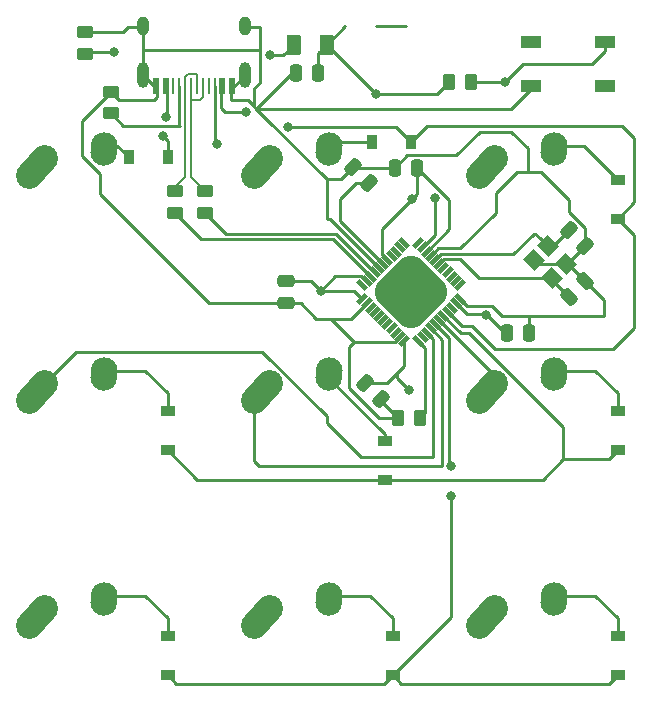
<source format=gbl>
%TF.GenerationSoftware,KiCad,Pcbnew,(6.0.10)*%
%TF.CreationDate,2023-01-31T16:13:37-07:00*%
%TF.ProjectId,nepcropad,6e657063-726f-4706-9164-2e6b69636164,rev?*%
%TF.SameCoordinates,Original*%
%TF.FileFunction,Copper,L2,Bot*%
%TF.FilePolarity,Positive*%
%FSLAX46Y46*%
G04 Gerber Fmt 4.6, Leading zero omitted, Abs format (unit mm)*
G04 Created by KiCad (PCBNEW (6.0.10)) date 2023-01-31 16:13:37*
%MOMM*%
%LPD*%
G01*
G04 APERTURE LIST*
G04 Aperture macros list*
%AMRoundRect*
0 Rectangle with rounded corners*
0 $1 Rounding radius*
0 $2 $3 $4 $5 $6 $7 $8 $9 X,Y pos of 4 corners*
0 Add a 4 corners polygon primitive as box body*
4,1,4,$2,$3,$4,$5,$6,$7,$8,$9,$2,$3,0*
0 Add four circle primitives for the rounded corners*
1,1,$1+$1,$2,$3*
1,1,$1+$1,$4,$5*
1,1,$1+$1,$6,$7*
1,1,$1+$1,$8,$9*
0 Add four rect primitives between the rounded corners*
20,1,$1+$1,$2,$3,$4,$5,0*
20,1,$1+$1,$4,$5,$6,$7,0*
20,1,$1+$1,$6,$7,$8,$9,0*
20,1,$1+$1,$8,$9,$2,$3,0*%
%AMHorizOval*
0 Thick line with rounded ends*
0 $1 width*
0 $2 $3 position (X,Y) of the first rounded end (center of the circle)*
0 $4 $5 position (X,Y) of the second rounded end (center of the circle)*
0 Add line between two ends*
20,1,$1,$2,$3,$4,$5,0*
0 Add two circle primitives to create the rounded ends*
1,1,$1,$2,$3*
1,1,$1,$4,$5*%
%AMRotRect*
0 Rectangle, with rotation*
0 The origin of the aperture is its center*
0 $1 length*
0 $2 width*
0 $3 Rotation angle, in degrees counterclockwise*
0 Add horizontal line*
21,1,$1,$2,0,0,$3*%
G04 Aperture macros list end*
%TA.AperFunction,ComponentPad*%
%ADD10HorizOval,2.250000X0.655001X0.730000X-0.655001X-0.730000X0*%
%TD*%
%TA.AperFunction,ComponentPad*%
%ADD11C,2.250000*%
%TD*%
%TA.AperFunction,ComponentPad*%
%ADD12HorizOval,2.250000X0.020000X0.290000X-0.020000X-0.290000X0*%
%TD*%
%TA.AperFunction,SMDPad,CuDef*%
%ADD13RoundRect,0.250000X0.250000X0.475000X-0.250000X0.475000X-0.250000X-0.475000X0.250000X-0.475000X0*%
%TD*%
%TA.AperFunction,SMDPad,CuDef*%
%ADD14R,0.900000X1.200000*%
%TD*%
%TA.AperFunction,SMDPad,CuDef*%
%ADD15RoundRect,0.250000X0.450000X-0.262500X0.450000X0.262500X-0.450000X0.262500X-0.450000X-0.262500X0*%
%TD*%
%TA.AperFunction,SMDPad,CuDef*%
%ADD16R,1.200000X0.900000*%
%TD*%
%TA.AperFunction,SMDPad,CuDef*%
%ADD17RoundRect,0.250000X0.512652X0.159099X0.159099X0.512652X-0.512652X-0.159099X-0.159099X-0.512652X0*%
%TD*%
%TA.AperFunction,SMDPad,CuDef*%
%ADD18RoundRect,0.250000X-0.450000X0.262500X-0.450000X-0.262500X0.450000X-0.262500X0.450000X0.262500X0*%
%TD*%
%TA.AperFunction,SMDPad,CuDef*%
%ADD19RoundRect,0.250000X-0.375000X-0.625000X0.375000X-0.625000X0.375000X0.625000X-0.375000X0.625000X0*%
%TD*%
%TA.AperFunction,SMDPad,CuDef*%
%ADD20R,0.250000X1.450000*%
%TD*%
%TA.AperFunction,SMDPad,CuDef*%
%ADD21R,0.300000X1.450000*%
%TD*%
%TA.AperFunction,ComponentPad*%
%ADD22RoundRect,0.500000X0.000000X-0.600000X0.000000X-0.600000X0.000000X0.600000X0.000000X0.600000X0*%
%TD*%
%TA.AperFunction,ComponentPad*%
%ADD23RoundRect,0.500000X0.000000X-0.300000X0.000000X-0.300000X0.000000X0.300000X0.000000X0.300000X0*%
%TD*%
%TA.AperFunction,SMDPad,CuDef*%
%ADD24R,1.800000X1.100000*%
%TD*%
%TA.AperFunction,SMDPad,CuDef*%
%ADD25RoundRect,0.250000X-0.262500X-0.450000X0.262500X-0.450000X0.262500X0.450000X-0.262500X0.450000X0*%
%TD*%
%TA.AperFunction,SMDPad,CuDef*%
%ADD26RoundRect,0.250000X-0.512652X-0.159099X-0.159099X-0.512652X0.512652X0.159099X0.159099X0.512652X0*%
%TD*%
%TA.AperFunction,SMDPad,CuDef*%
%ADD27RoundRect,0.012000X0.442649X-0.247487X-0.247487X0.442649X-0.442649X0.247487X0.247487X-0.442649X0*%
%TD*%
%TA.AperFunction,SMDPad,CuDef*%
%ADD28RoundRect,0.012000X-0.247487X-0.442649X0.442649X0.247487X0.247487X0.442649X-0.442649X-0.247487X0*%
%TD*%
%TA.AperFunction,SMDPad,CuDef*%
%ADD29RoundRect,0.012000X-0.442649X0.247487X0.247487X-0.442649X0.442649X-0.247487X-0.247487X0.442649X0*%
%TD*%
%TA.AperFunction,SMDPad,CuDef*%
%ADD30RoundRect,0.012000X0.247487X0.442649X-0.442649X-0.247487X-0.247487X-0.442649X0.442649X0.247487X0*%
%TD*%
%TA.AperFunction,SMDPad,CuDef*%
%ADD31RoundRect,1.270000X-1.796051X0.000000X0.000000X-1.796051X1.796051X0.000000X0.000000X1.796051X0*%
%TD*%
%TA.AperFunction,SMDPad,CuDef*%
%ADD32RoundRect,0.250000X-0.250000X-0.475000X0.250000X-0.475000X0.250000X0.475000X-0.250000X0.475000X0*%
%TD*%
%TA.AperFunction,SMDPad,CuDef*%
%ADD33RotRect,1.400000X1.200000X135.000000*%
%TD*%
%TA.AperFunction,SMDPad,CuDef*%
%ADD34RoundRect,0.250000X-0.159099X0.512652X-0.512652X0.159099X0.159099X-0.512652X0.512652X-0.159099X0*%
%TD*%
%TA.AperFunction,SMDPad,CuDef*%
%ADD35RoundRect,0.250000X-0.475000X0.250000X-0.475000X-0.250000X0.475000X-0.250000X0.475000X0.250000X0*%
%TD*%
%TA.AperFunction,ViaPad*%
%ADD36C,0.800000*%
%TD*%
%TA.AperFunction,Conductor*%
%ADD37C,0.250000*%
%TD*%
%TA.AperFunction,Conductor*%
%ADD38C,0.200000*%
%TD*%
G04 APERTURE END LIST*
D10*
%TO.P,MX7,1,COL*%
%TO.N,COL0*%
X131782501Y-106267500D03*
D11*
X132437500Y-105537500D03*
%TO.P,MX7,2,ROW*%
%TO.N,Net-(D7-Pad2)*%
X137477500Y-104457500D03*
D12*
X137457500Y-104747500D03*
%TD*%
D11*
%TO.P,MX4,1,COL*%
%TO.N,COL0*%
X132437500Y-86487500D03*
D10*
X131782501Y-87217500D03*
D12*
%TO.P,MX4,2,ROW*%
%TO.N,Net-(D4-Pad2)*%
X137457500Y-85697500D03*
D11*
X137477500Y-85407500D03*
%TD*%
%TO.P,MX6,1,COL*%
%TO.N,COL2*%
X170537500Y-86487500D03*
D10*
X169882501Y-87217500D03*
D12*
%TO.P,MX6,2,ROW*%
%TO.N,Net-(D6-Pad2)*%
X175557500Y-85697500D03*
D11*
X175577500Y-85407500D03*
%TD*%
D10*
%TO.P,MX8,1,COL*%
%TO.N,COL1*%
X150832501Y-106267500D03*
D11*
X151487500Y-105537500D03*
%TO.P,MX8,2,ROW*%
%TO.N,Net-(D8-Pad2)*%
X156527500Y-104457500D03*
D12*
X156507500Y-104747500D03*
%TD*%
D10*
%TO.P,MX2,1,COL*%
%TO.N,COL1*%
X150832501Y-68167500D03*
D11*
X151487500Y-67437500D03*
%TO.P,MX2,2,ROW*%
%TO.N,Net-(D2-Pad2)*%
X156527500Y-66357500D03*
D12*
X156507500Y-66647500D03*
%TD*%
D11*
%TO.P,MX3,1,COL*%
%TO.N,COL2*%
X170537500Y-67437500D03*
D10*
X169882501Y-68167500D03*
D12*
%TO.P,MX3,2,ROW*%
%TO.N,Net-(D3-Pad2)*%
X175557500Y-66647500D03*
D11*
X175577500Y-66357500D03*
%TD*%
D10*
%TO.P,MX1,1,COL*%
%TO.N,COL0*%
X131782501Y-68167500D03*
D11*
X132437500Y-67437500D03*
%TO.P,MX1,2,ROW*%
%TO.N,Net-(D1-Pad2)*%
X137477500Y-66357500D03*
D12*
X137457500Y-66647500D03*
%TD*%
D10*
%TO.P,MX9,1,COL*%
%TO.N,COL2*%
X169882501Y-106267500D03*
D11*
X170537500Y-105537500D03*
D12*
%TO.P,MX9,2,ROW*%
%TO.N,Net-(D9-Pad2)*%
X175557500Y-104747500D03*
D11*
X175577500Y-104457500D03*
%TD*%
D10*
%TO.P,MX5,1,COL*%
%TO.N,COL1*%
X150832501Y-87217500D03*
D11*
X151487500Y-86487500D03*
%TO.P,MX5,2,ROW*%
%TO.N,Net-(D5-Pad2)*%
X156527500Y-85407500D03*
D12*
X156507500Y-85697500D03*
%TD*%
D13*
%TO.P,C8,1*%
%TO.N,+5V*%
X164018000Y-68224400D03*
%TO.P,C8,2*%
%TO.N,GND*%
X162118000Y-68224400D03*
%TD*%
D14*
%TO.P,D2,1,K*%
%TO.N,ROW0*%
X163448000Y-66040000D03*
%TO.P,D2,2,A*%
%TO.N,Net-(D2-Pad2)*%
X160148000Y-66040000D03*
%TD*%
D15*
%TO.P,R6,1*%
%TO.N,Net-(J1-PadB5)*%
X135890000Y-58570500D03*
%TO.P,R6,2*%
%TO.N,GND*%
X135890000Y-56745500D03*
%TD*%
D16*
%TO.P,D5,1,K*%
%TO.N,ROW1*%
X161290000Y-94614000D03*
%TO.P,D5,2,A*%
%TO.N,Net-(D5-Pad2)*%
X161290000Y-91314000D03*
%TD*%
%TO.P,D4,1,K*%
%TO.N,ROW1*%
X142875000Y-92137500D03*
%TO.P,D4,2,A*%
%TO.N,Net-(D4-Pad2)*%
X142875000Y-88837500D03*
%TD*%
D17*
%TO.P,C3,1*%
%TO.N,Net-(C3-Pad1)*%
X159929751Y-69505751D03*
%TO.P,C3,2*%
%TO.N,GND*%
X158586249Y-68162249D03*
%TD*%
D16*
%TO.P,D6,1,K*%
%TO.N,ROW1*%
X180975000Y-92137500D03*
%TO.P,D6,2,A*%
%TO.N,Net-(D6-Pad2)*%
X180975000Y-88837500D03*
%TD*%
D18*
%TO.P,R2,1*%
%TO.N,D+*%
X146050000Y-70207500D03*
%TO.P,R2,2*%
%TO.N,Net-(R2-Pad2)*%
X146050000Y-72032500D03*
%TD*%
D16*
%TO.P,D7,1,K*%
%TO.N,ROW2*%
X142875000Y-111187500D03*
%TO.P,D7,2,A*%
%TO.N,Net-(D7-Pad2)*%
X142875000Y-107887500D03*
%TD*%
D15*
%TO.P,R5,1*%
%TO.N,Net-(J1-PadA5)*%
X138112500Y-63618750D03*
%TO.P,R5,2*%
%TO.N,GND*%
X138112500Y-61793750D03*
%TD*%
D18*
%TO.P,R3,1*%
%TO.N,D-*%
X143510000Y-70207500D03*
%TO.P,R3,2*%
%TO.N,Net-(R3-Pad2)*%
X143510000Y-72032500D03*
%TD*%
D19*
%TO.P,F1,1*%
%TO.N,VCC*%
X153540000Y-57785000D03*
%TO.P,F1,2*%
%TO.N,+5V*%
X156340000Y-57785000D03*
%TD*%
D20*
%TO.P,J1,A1,GND*%
%TO.N,GND*%
X141732524Y-61297500D03*
%TO.P,J1,A4,VBUS*%
%TO.N,VCC*%
X142532524Y-61297500D03*
%TO.P,J1,A5,CC1*%
%TO.N,Net-(J1-PadA5)*%
X143857524Y-61297500D03*
%TO.P,J1,A6,D+*%
%TO.N,D+*%
X144857524Y-61297500D03*
%TO.P,J1,A7,D-*%
%TO.N,D-*%
X145357524Y-61297500D03*
%TO.P,J1,A8,SBU1*%
%TO.N,unconnected-(J1-PadA8)*%
X146357524Y-61297500D03*
%TO.P,J1,A9,VBUS*%
%TO.N,VCC*%
X147682524Y-61297500D03*
%TO.P,J1,A12,GND*%
%TO.N,GND*%
X148482524Y-61297500D03*
D21*
%TO.P,J1,B1,GND*%
X148207524Y-61297500D03*
%TO.P,J1,B4,VBUS*%
%TO.N,VCC*%
X147407524Y-61297500D03*
D20*
%TO.P,J1,B5,CC2*%
%TO.N,Net-(J1-PadB5)*%
X146857524Y-61297500D03*
%TO.P,J1,B6,D+*%
%TO.N,D+*%
X145857524Y-61297500D03*
%TO.P,J1,B7,D-*%
%TO.N,D-*%
X144357524Y-61297500D03*
%TO.P,J1,B8,SBU2*%
%TO.N,unconnected-(J1-PadB8)*%
X143357524Y-61297500D03*
D21*
%TO.P,J1,B9,VBUS*%
%TO.N,VCC*%
X142807524Y-61297500D03*
%TO.P,J1,B12,GND*%
%TO.N,GND*%
X142007524Y-61297500D03*
D22*
%TO.P,J1,S1,SHIELD*%
X140787524Y-60377500D03*
X149427524Y-60377500D03*
D23*
X140787524Y-56197500D03*
X149427524Y-56197500D03*
%TD*%
D24*
%TO.P,SW1,1,1*%
%TO.N,GND*%
X173684000Y-61286000D03*
%TO.P,SW1,2,2*%
%TO.N,Net-(R1-Pad2)*%
X179884000Y-57586000D03*
%TO.P,SW1,3*%
%TO.N,N/C*%
X173684000Y-57586000D03*
%TO.P,SW1,4*%
X179884000Y-61286000D03*
%TD*%
D13*
%TO.P,C7,1*%
%TO.N,+5V*%
X155636000Y-60198000D03*
%TO.P,C7,2*%
%TO.N,GND*%
X153736000Y-60198000D03*
%TD*%
D25*
%TO.P,R1,1*%
%TO.N,+5V*%
X166727500Y-60960000D03*
%TO.P,R1,2*%
%TO.N,Net-(R1-Pad2)*%
X168552500Y-60960000D03*
%TD*%
D14*
%TO.P,D1,1,K*%
%TO.N,ROW0*%
X142874000Y-67310000D03*
%TO.P,D1,2,A*%
%TO.N,Net-(D1-Pad2)*%
X139574000Y-67310000D03*
%TD*%
D16*
%TO.P,D3,1,K*%
%TO.N,ROW0*%
X180975000Y-72516000D03*
%TO.P,D3,2,A*%
%TO.N,Net-(D3-Pad2)*%
X180975000Y-69216000D03*
%TD*%
D26*
%TO.P,C5,1*%
%TO.N,+5V*%
X159602249Y-86450249D03*
%TO.P,C5,2*%
%TO.N,GND*%
X160945751Y-87793751D03*
%TD*%
D27*
%TO.P,U1,1,PE6*%
%TO.N,unconnected-(U1-Pad1)*%
X159375925Y-78138959D03*
%TO.P,U1,2,UVCC*%
%TO.N,+5V*%
X159729479Y-77785406D03*
%TO.P,U1,3,D-*%
%TO.N,Net-(R3-Pad2)*%
X160083032Y-77431852D03*
%TO.P,U1,4,D+*%
%TO.N,Net-(R2-Pad2)*%
X160436586Y-77078299D03*
%TO.P,U1,5,UGND*%
%TO.N,GND*%
X160790139Y-76724746D03*
%TO.P,U1,6,UCAP*%
%TO.N,Net-(C3-Pad1)*%
X161143692Y-76371192D03*
%TO.P,U1,7,VBUS*%
%TO.N,+5V*%
X161497246Y-76017639D03*
%TO.P,U1,8,PB0*%
%TO.N,unconnected-(U1-Pad8)*%
X161850799Y-75664086D03*
%TO.P,U1,9,PB1*%
%TO.N,unconnected-(U1-Pad9)*%
X162204352Y-75310532D03*
%TO.P,U1,10,PB2*%
%TO.N,unconnected-(U1-Pad10)*%
X162557906Y-74956979D03*
%TO.P,U1,11,PB3*%
%TO.N,unconnected-(U1-Pad11)*%
X162911459Y-74603425D03*
D28*
%TO.P,U1,12,PB7*%
%TO.N,unconnected-(U1-Pad12)*%
X164113541Y-74603425D03*
%TO.P,U1,13,~{RESET}*%
%TO.N,Net-(R1-Pad2)*%
X164467094Y-74956979D03*
%TO.P,U1,14,VCC*%
%TO.N,+5V*%
X164820648Y-75310532D03*
%TO.P,U1,15,GND*%
%TO.N,GND*%
X165174201Y-75664086D03*
%TO.P,U1,16,XTAL2*%
%TO.N,Net-(C2-Pad2)*%
X165527754Y-76017639D03*
%TO.P,U1,17,XTAL1*%
%TO.N,Net-(C1-Pad2)*%
X165881308Y-76371192D03*
%TO.P,U1,18,PD0*%
%TO.N,unconnected-(U1-Pad18)*%
X166234861Y-76724746D03*
%TO.P,U1,19,PD1*%
%TO.N,unconnected-(U1-Pad19)*%
X166588414Y-77078299D03*
%TO.P,U1,20,PD2*%
%TO.N,unconnected-(U1-Pad20)*%
X166941968Y-77431852D03*
%TO.P,U1,21,PD3*%
%TO.N,unconnected-(U1-Pad21)*%
X167295521Y-77785406D03*
%TO.P,U1,22,PD5*%
%TO.N,unconnected-(U1-Pad22)*%
X167649075Y-78138959D03*
D29*
%TO.P,U1,23,GND*%
%TO.N,GND*%
X167649075Y-79341041D03*
%TO.P,U1,24,AVCC*%
%TO.N,+5V*%
X167295521Y-79694594D03*
%TO.P,U1,25,PD4*%
%TO.N,unconnected-(U1-Pad25)*%
X166941968Y-80048148D03*
%TO.P,U1,26,PD6*%
%TO.N,ROW0*%
X166588414Y-80401701D03*
%TO.P,U1,27,PD7*%
%TO.N,ROW1*%
X166234861Y-80755254D03*
%TO.P,U1,28,PB4*%
%TO.N,COL2*%
X165881308Y-81108808D03*
%TO.P,U1,29,PB5*%
%TO.N,ROW2*%
X165527754Y-81462361D03*
%TO.P,U1,30,PB6*%
%TO.N,COL1*%
X165174201Y-81815914D03*
%TO.P,U1,31,PC6*%
%TO.N,COL0*%
X164820648Y-82169468D03*
%TO.P,U1,32,PC7*%
%TO.N,unconnected-(U1-Pad32)*%
X164467094Y-82523021D03*
%TO.P,U1,33,~{HWB}/PE2*%
%TO.N,Net-(R4-Pad2)*%
X164113541Y-82876575D03*
D30*
%TO.P,U1,34,VCC*%
%TO.N,+5V*%
X162911459Y-82876575D03*
%TO.P,U1,35,GND*%
%TO.N,GND*%
X162557906Y-82523021D03*
%TO.P,U1,36,PF7*%
%TO.N,unconnected-(U1-Pad36)*%
X162204352Y-82169468D03*
%TO.P,U1,37,PF6*%
%TO.N,unconnected-(U1-Pad37)*%
X161850799Y-81815914D03*
%TO.P,U1,38,PF5*%
%TO.N,unconnected-(U1-Pad38)*%
X161497246Y-81462361D03*
%TO.P,U1,39,PF4*%
%TO.N,unconnected-(U1-Pad39)*%
X161143692Y-81108808D03*
%TO.P,U1,40,PF1*%
%TO.N,unconnected-(U1-Pad40)*%
X160790139Y-80755254D03*
%TO.P,U1,41,PF0*%
%TO.N,unconnected-(U1-Pad41)*%
X160436586Y-80401701D03*
%TO.P,U1,42,AREF*%
%TO.N,unconnected-(U1-Pad42)*%
X160083032Y-80048148D03*
%TO.P,U1,43,GND*%
%TO.N,GND*%
X159729479Y-79694594D03*
%TO.P,U1,44,AVCC*%
%TO.N,+5V*%
X159375925Y-79341041D03*
D31*
%TO.P,U1,TAB*%
%TO.N,N/C*%
X163512500Y-78740000D03*
%TD*%
D32*
%TO.P,C4,1*%
%TO.N,+5V*%
X171617600Y-82194400D03*
%TO.P,C4,2*%
%TO.N,GND*%
X173517600Y-82194400D03*
%TD*%
D16*
%TO.P,D8,1,K*%
%TO.N,ROW2*%
X161925000Y-111187500D03*
%TO.P,D8,2,A*%
%TO.N,Net-(D8-Pad2)*%
X161925000Y-107887500D03*
%TD*%
D17*
%TO.P,C2,1*%
%TO.N,GND*%
X178217751Y-74839751D03*
%TO.P,C2,2*%
%TO.N,Net-(C2-Pad2)*%
X176874249Y-73496249D03*
%TD*%
D33*
%TO.P,Y1,1,1*%
%TO.N,Net-(C1-Pad2)*%
X175436777Y-77578858D03*
%TO.P,Y1,2,2*%
%TO.N,GND*%
X173881142Y-76023223D03*
%TO.P,Y1,3,3*%
%TO.N,Net-(C2-Pad2)*%
X175083223Y-74821142D03*
%TO.P,Y1,4,4*%
%TO.N,GND*%
X176638858Y-76376777D03*
%TD*%
D25*
%TO.P,R4,1*%
%TO.N,GND*%
X162409500Y-89408000D03*
%TO.P,R4,2*%
%TO.N,Net-(R4-Pad2)*%
X164234500Y-89408000D03*
%TD*%
D34*
%TO.P,C1,1*%
%TO.N,GND*%
X178217751Y-77814249D03*
%TO.P,C1,2*%
%TO.N,Net-(C1-Pad2)*%
X176874249Y-79157751D03*
%TD*%
D35*
%TO.P,C6,1*%
%TO.N,+5V*%
X152908000Y-77790000D03*
%TO.P,C6,2*%
%TO.N,GND*%
X152908000Y-79690000D03*
%TD*%
D16*
%TO.P,D9,1,K*%
%TO.N,ROW2*%
X180975000Y-111187500D03*
%TO.P,D9,2,A*%
%TO.N,Net-(D9-Pad2)*%
X180975000Y-107887500D03*
%TD*%
D36*
%TO.N,Net-(R1-Pad2)*%
X165481000Y-70739000D03*
%TO.N,+5V*%
X163576000Y-70866000D03*
X163322000Y-86995000D03*
X169805750Y-80666582D03*
X160528000Y-61976000D03*
X155829000Y-78613000D03*
%TO.N,ROW0*%
X153035000Y-64770000D03*
X142494000Y-65532000D03*
%TO.N,ROW2*%
X166878000Y-93472000D03*
X166878000Y-96012000D03*
%TO.N,VCC*%
X149479000Y-63500000D03*
X151511000Y-58674000D03*
X142748000Y-63918500D03*
%TO.N,Net-(R1-Pad2)*%
X171450000Y-60960000D03*
%TO.N,Net-(J1-PadB5)*%
X147066000Y-66167000D03*
X138303000Y-58420000D03*
%TD*%
D37*
%TO.N,Net-(R3-Pad2)*%
X143510000Y-72032500D02*
X145733901Y-74256401D01*
X145733901Y-74256401D02*
X156907581Y-74256401D01*
X156907581Y-74256401D02*
X159870900Y-77219720D01*
%TO.N,Net-(R2-Pad2)*%
X146050000Y-72032500D02*
X147823901Y-73806401D01*
X147823901Y-73806401D02*
X157164688Y-73806401D01*
X157164688Y-73806401D02*
X160224454Y-76866167D01*
%TO.N,GND*%
X173355000Y-68580000D02*
X174527767Y-68580000D01*
X172466000Y-68580000D02*
X173355000Y-68580000D01*
X162118000Y-68224400D02*
X163168000Y-67174400D01*
X163168000Y-67174400D02*
X167267600Y-67174400D01*
X171958000Y-65151000D02*
X173355000Y-66548000D01*
X167267600Y-67174400D02*
X169291000Y-65151000D01*
X169291000Y-65151000D02*
X171958000Y-65151000D01*
X173355000Y-66548000D02*
X173355000Y-68580000D01*
%TO.N,ROW2*%
X166878000Y-93472000D02*
X166707499Y-93301499D01*
X166707499Y-93301499D02*
X166707499Y-82642106D01*
X166707499Y-82642106D02*
X165527754Y-81462361D01*
%TO.N,COL1*%
X165174201Y-81815914D02*
X166116000Y-82757713D01*
X166116000Y-82757713D02*
X166116000Y-93472000D01*
X166116000Y-93472000D02*
X150622000Y-93472000D01*
X150622000Y-93472000D02*
X150177500Y-93027500D01*
X150177500Y-93027500D02*
X150177500Y-87947500D01*
%TO.N,COL0*%
X132437500Y-86487500D02*
X135105000Y-83820000D01*
X135105000Y-83820000D02*
X150913540Y-83820000D01*
X150913540Y-83820000D02*
X156356401Y-89262861D01*
X156356401Y-89262861D02*
X156356401Y-89808401D01*
X156356401Y-89808401D02*
X159258000Y-92710000D01*
X159258000Y-92710000D02*
X165354000Y-92710000D01*
X165354000Y-92710000D02*
X165354000Y-82702820D01*
X165354000Y-82702820D02*
X164820648Y-82169468D01*
%TO.N,GND*%
X178217751Y-77814249D02*
X179832000Y-79428498D01*
X179832000Y-79428498D02*
X179832000Y-80772000D01*
X179832000Y-80772000D02*
X173532800Y-80772000D01*
X165174201Y-75664086D02*
X165793190Y-75045097D01*
X170668599Y-72028401D02*
X170668599Y-70377401D01*
X170668599Y-70377401D02*
X172466000Y-68580000D01*
X165793190Y-75045097D02*
X167651903Y-75045097D01*
X167651903Y-75045097D02*
X170668599Y-72028401D01*
X176867499Y-70919732D02*
X176867499Y-71955268D01*
X174527767Y-68580000D02*
X176867499Y-70919732D01*
X176867499Y-71955268D02*
X178217751Y-73305520D01*
X178217751Y-73305520D02*
X178217751Y-74839751D01*
%TO.N,+5V*%
X164820648Y-75310532D02*
X166707499Y-73423681D01*
X166707499Y-73423681D02*
X166707499Y-70913899D01*
X166707499Y-70913899D02*
X164018000Y-68224400D01*
%TO.N,Net-(R1-Pad2)*%
X165481000Y-70739000D02*
X165481000Y-73943073D01*
X165481000Y-73943073D02*
X164467094Y-74956979D01*
%TO.N,GND*%
X176596700Y-76334619D02*
X174192538Y-76334619D01*
X156356401Y-69163901D02*
X157584597Y-69163901D01*
X176638858Y-76376777D02*
X176596700Y-76334619D01*
X152908000Y-79690000D02*
X154178000Y-79690000D01*
X150681524Y-58237524D02*
X150687524Y-58231524D01*
X150206250Y-61486264D02*
X150687524Y-61004990D01*
X140787524Y-56197500D02*
X140787524Y-58237524D01*
X176638858Y-76376777D02*
X176780279Y-76376777D01*
X140650034Y-56334990D02*
X140787524Y-56197500D01*
X137120566Y-70445566D02*
X137120566Y-68724757D01*
X141732524Y-62464990D02*
X138783740Y-62464990D01*
X173532800Y-80772000D02*
X171831000Y-80772000D01*
X149657490Y-62464990D02*
X148207524Y-62464990D01*
X162131810Y-82949117D02*
X158692402Y-82949117D01*
X148207524Y-61597500D02*
X149427524Y-60377500D01*
X173517600Y-80787200D02*
X173532800Y-80772000D01*
X171993250Y-63210750D02*
X173684000Y-61520000D01*
X157584597Y-69163901D02*
X158586249Y-68162249D01*
X142007524Y-61297500D02*
X142007524Y-62189990D01*
X168250116Y-79942082D02*
X167640236Y-79332202D01*
X162409500Y-89408000D02*
X160782000Y-89408000D01*
X135890000Y-56745500D02*
X139117014Y-56745500D01*
X155479866Y-80991866D02*
X156735151Y-80991866D01*
X156356401Y-69163901D02*
X156356401Y-72536401D01*
X158242000Y-86868000D02*
X158242000Y-83399519D01*
X158242000Y-83399519D02*
X158692402Y-82949117D01*
X176780279Y-76376777D02*
X178217751Y-77814249D01*
X135959500Y-56815000D02*
X135890000Y-56745500D01*
X160782000Y-89408000D02*
X158242000Y-86868000D01*
X150687524Y-61004990D02*
X150687524Y-58231524D01*
X158432207Y-80991866D02*
X156735151Y-80991866D01*
X150403250Y-63210750D02*
X171993250Y-63210750D01*
X141732524Y-61297500D02*
X141707524Y-61297500D01*
X156356401Y-69163901D02*
X151165250Y-63972750D01*
X150206250Y-63013750D02*
X149657490Y-62464990D01*
X151165250Y-63972750D02*
X150403250Y-63210750D01*
X139527524Y-56334990D02*
X140650034Y-56334990D01*
X135636000Y-67240191D02*
X135636000Y-64270250D01*
X158692402Y-82949117D02*
X156735151Y-80991866D01*
X154178000Y-79690000D02*
X155479866Y-80991866D01*
X159738318Y-79685755D02*
X158432207Y-80991866D01*
X152908000Y-79690000D02*
X146365000Y-79690000D01*
X156356401Y-72536401D02*
X156637149Y-72536401D01*
X142007524Y-62189990D02*
X141732524Y-62464990D01*
X160945751Y-87944251D02*
X162409500Y-89408000D01*
X149555014Y-56324990D02*
X149427524Y-56197500D01*
X150687524Y-56324990D02*
X149555014Y-56324990D01*
X150206250Y-63013750D02*
X150206250Y-61486264D01*
X146365000Y-79690000D02*
X137120566Y-70445566D01*
X150206250Y-63013750D02*
X150403250Y-63210750D01*
X150687524Y-58231524D02*
X150687524Y-56324990D01*
X171831000Y-80772000D02*
X171201354Y-80772000D01*
X170371436Y-79942082D02*
X168250116Y-79942082D01*
X176638858Y-76376777D02*
X176680725Y-76376777D01*
X173517600Y-82194400D02*
X173517600Y-80787200D01*
X135636000Y-64270250D02*
X138112500Y-61793750D01*
X173684000Y-61520000D02*
X173684000Y-61286000D01*
X174192538Y-76334619D02*
X173881142Y-76023223D01*
X139117014Y-56745500D02*
X139527524Y-56334990D01*
X156637149Y-72536401D02*
X160681748Y-76581000D01*
X140787524Y-58237524D02*
X150681524Y-58237524D01*
X153736000Y-60198000D02*
X153733000Y-60195000D01*
X162118000Y-68224400D02*
X158648400Y-68224400D01*
X137120566Y-68724757D02*
X135636000Y-67240191D01*
X153416000Y-60198000D02*
X153736000Y-60198000D01*
X158648400Y-68224400D02*
X158586249Y-68162249D01*
X171201354Y-80772000D02*
X170371436Y-79942082D01*
X141707524Y-61297500D02*
X140787524Y-60377500D01*
X150403250Y-63210750D02*
X153416000Y-60198000D01*
X140787524Y-58237524D02*
X140787524Y-60377500D01*
X160945751Y-87793751D02*
X160945751Y-87944251D01*
X148207524Y-62464990D02*
X148207524Y-61597500D01*
X176680725Y-76376777D02*
X178217751Y-74839751D01*
X138783740Y-62464990D02*
X138112500Y-61793750D01*
X162557906Y-82523021D02*
X162131810Y-82949117D01*
%TO.N,Net-(C1-Pad2)*%
X169272858Y-77578858D02*
X167639097Y-75945097D01*
X167639097Y-75945097D02*
X166307403Y-75945097D01*
X175436777Y-77578858D02*
X169272858Y-77578858D01*
X175436777Y-77578858D02*
X175436777Y-77720279D01*
X166307403Y-75945097D02*
X165881308Y-76371192D01*
X175436777Y-77720279D02*
X176874249Y-79157751D01*
X165916663Y-76371192D02*
X165881308Y-76371192D01*
%TO.N,Net-(C2-Pad2)*%
X173863000Y-73787000D02*
X172154903Y-75495097D01*
X172154903Y-75495097D02*
X166050296Y-75495097D01*
X175083223Y-74821142D02*
X175549356Y-74821142D01*
X165527754Y-75982285D02*
X165903520Y-75606519D01*
X175083223Y-74821142D02*
X174430081Y-74168000D01*
X166050296Y-75495097D02*
X165527754Y-76017639D01*
X174430081Y-74168000D02*
X174371000Y-74168000D01*
X174371000Y-74168000D02*
X173990000Y-73787000D01*
X173990000Y-73787000D02*
X173863000Y-73787000D01*
X175549356Y-74821142D02*
X176874249Y-73496249D01*
X165527754Y-76017639D02*
X165527754Y-75982285D01*
%TO.N,Net-(C3-Pad1)*%
X159929751Y-69505751D02*
X158840249Y-69505751D01*
X157480000Y-72707500D02*
X161143692Y-76371192D01*
X158840249Y-69505751D02*
X157480000Y-70866000D01*
X157480000Y-70866000D02*
X157480000Y-72707500D01*
%TO.N,+5V*%
X162310418Y-85598936D02*
X162310418Y-85983418D01*
X170149500Y-80929500D02*
X171262000Y-82042000D01*
X161497246Y-76017639D02*
X161071150Y-75591543D01*
X164018000Y-70424000D02*
X163576000Y-70866000D01*
X160528000Y-61976000D02*
X165711500Y-61976000D01*
X161459105Y-86450249D02*
X162310418Y-85598936D01*
X162920298Y-84983702D02*
X162920298Y-82867736D01*
X164058600Y-68224400D02*
X164018000Y-68224400D01*
X162310418Y-85593582D02*
X162920298Y-84983702D01*
X155636000Y-58489000D02*
X156340000Y-57785000D01*
X169805750Y-80585750D02*
X170149500Y-80929500D01*
X161071150Y-73370850D02*
X163576000Y-70866000D01*
X157082690Y-77359310D02*
X159268028Y-77359310D01*
X158647884Y-78613000D02*
X155829000Y-78613000D01*
X167286682Y-79685755D02*
X168186677Y-80585750D01*
X156340000Y-57788000D02*
X160528000Y-61976000D01*
X155829000Y-78613000D02*
X157082690Y-77359310D01*
X156340000Y-57785000D02*
X156340000Y-57788000D01*
X163045690Y-56200000D02*
X160505690Y-56200000D01*
X165711500Y-61976000D02*
X166727500Y-60960000D01*
X161071150Y-75591543D02*
X161071150Y-73370850D01*
X159602249Y-86450249D02*
X161459105Y-86450249D01*
X159375925Y-79341041D02*
X158647884Y-78613000D01*
X155636000Y-60198000D02*
X155636000Y-58489000D01*
X155829000Y-78613000D02*
X155603780Y-78387780D01*
X157925000Y-56200000D02*
X156340000Y-57785000D01*
X162310418Y-85983418D02*
X163322000Y-86995000D01*
X159268028Y-77359310D02*
X159561508Y-77652790D01*
X169886582Y-80666582D02*
X169805750Y-80666582D01*
X168186677Y-80585750D02*
X169805750Y-80585750D01*
X155006000Y-77790000D02*
X155829000Y-78613000D01*
X162310418Y-85598936D02*
X162310418Y-85593582D01*
X152908000Y-77790000D02*
X155006000Y-77790000D01*
X164018000Y-68224400D02*
X164018000Y-70424000D01*
X170149500Y-80929500D02*
X169886582Y-80666582D01*
%TO.N,ROW0*%
X170601242Y-83566000D02*
X180594000Y-83566000D01*
X182372000Y-81788000D02*
X182372000Y-73913000D01*
X182372000Y-71119000D02*
X180975000Y-72516000D01*
X181356000Y-64643000D02*
X182372000Y-65659000D01*
X180594000Y-83566000D02*
X182372000Y-81788000D01*
X164845000Y-64643000D02*
X181356000Y-64643000D01*
X142874000Y-67310000D02*
X142874000Y-65912000D01*
X168674380Y-81639138D02*
X167825852Y-81639138D01*
X182372000Y-65659000D02*
X182372000Y-71119000D01*
X168674380Y-81639138D02*
X170601242Y-83566000D01*
X163448000Y-66040000D02*
X162178000Y-64770000D01*
X182372000Y-73913000D02*
X180975000Y-72516000D01*
X142874000Y-65912000D02*
X142494000Y-65532000D01*
X167825852Y-81639138D02*
X166579576Y-80392862D01*
X163448000Y-66040000D02*
X164845000Y-64643000D01*
X153035000Y-64770000D02*
X162178000Y-64770000D01*
%TO.N,Net-(D1-Pad2)*%
X138621500Y-66357500D02*
X139574000Y-67310000D01*
X137477500Y-66357500D02*
X138621500Y-66357500D01*
%TO.N,Net-(D2-Pad2)*%
X156487500Y-66937500D02*
X157385000Y-66040000D01*
X157385000Y-66040000D02*
X160148000Y-66040000D01*
%TO.N,Net-(D3-Pad2)*%
X177482500Y-66357500D02*
X175577500Y-66357500D01*
X178117500Y-66357500D02*
X177482500Y-66357500D01*
X180975000Y-69216000D02*
X180975000Y-69215000D01*
X180975000Y-69215000D02*
X178117500Y-66357500D01*
%TO.N,ROW1*%
X180256099Y-92856401D02*
X180975000Y-92137500D01*
X168391537Y-82204823D02*
X167684430Y-82204823D01*
X176383599Y-92856401D02*
X180256099Y-92856401D01*
X176383599Y-90196885D02*
X176383599Y-92856401D01*
X161290000Y-94614000D02*
X174626000Y-94614000D01*
X145351500Y-94614000D02*
X142875000Y-92137500D01*
X161290000Y-94614000D02*
X145351500Y-94614000D01*
X168391537Y-82204823D02*
X176383599Y-90196885D01*
X167684430Y-82204823D02*
X166226022Y-80746415D01*
X174626000Y-94614000D02*
X176383599Y-92856401D01*
%TO.N,Net-(D4-Pad2)*%
X142875000Y-87312500D02*
X140970000Y-85407500D01*
X140970000Y-85407500D02*
X137477500Y-85407500D01*
X142875000Y-88837500D02*
X142875000Y-87312500D01*
%TO.N,Net-(D5-Pad2)*%
X161290000Y-91314000D02*
X161290000Y-90790000D01*
X161290000Y-90790000D02*
X156487500Y-85987500D01*
%TO.N,Net-(D6-Pad2)*%
X180975000Y-88837500D02*
X180975000Y-87312500D01*
X179070000Y-85407500D02*
X175577500Y-85407500D01*
X180975000Y-87312500D02*
X179070000Y-85407500D01*
%TO.N,ROW2*%
X162643901Y-111906401D02*
X161925000Y-111187500D01*
X161206099Y-111906401D02*
X143593901Y-111906401D01*
X180256099Y-111906401D02*
X164953599Y-111906401D01*
X180975000Y-111187500D02*
X180256099Y-111906401D01*
X164953599Y-111906401D02*
X162643901Y-111906401D01*
X143593901Y-111906401D02*
X142875000Y-111187500D01*
X166878000Y-106234500D02*
X166878000Y-96012000D01*
X161925000Y-111187500D02*
X166878000Y-106234500D01*
X161925000Y-111187500D02*
X161206099Y-111906401D01*
%TO.N,Net-(D7-Pad2)*%
X140970000Y-104457500D02*
X137477500Y-104457500D01*
X142875000Y-106362500D02*
X140970000Y-104457500D01*
X142875000Y-107887500D02*
X142875000Y-106362500D01*
%TO.N,Net-(D8-Pad2)*%
X161925000Y-106362500D02*
X160020000Y-104457500D01*
X161925000Y-107887500D02*
X161925000Y-106362500D01*
X160020000Y-104457500D02*
X156527500Y-104457500D01*
%TO.N,Net-(D9-Pad2)*%
X180975000Y-106362500D02*
X179070000Y-104457500D01*
X180975000Y-107887500D02*
X180975000Y-106362500D01*
X179070000Y-104457500D02*
X175577500Y-104457500D01*
%TO.N,VCC*%
X142807524Y-63858976D02*
X142807524Y-61297500D01*
X153352500Y-57785000D02*
X153540000Y-57785000D01*
X147732524Y-63514990D02*
X147407524Y-63189990D01*
X142748000Y-63918500D02*
X142807524Y-63858976D01*
X149479000Y-63500000D02*
X149464010Y-63514990D01*
X147407524Y-63189990D02*
X147407524Y-61297500D01*
X152651000Y-58674000D02*
X153540000Y-57785000D01*
X151511000Y-58674000D02*
X152651000Y-58674000D01*
X149464010Y-63514990D02*
X147732524Y-63514990D01*
%TO.N,COL2*%
X170537500Y-86487500D02*
X170537500Y-85765000D01*
X170537500Y-85765000D02*
X165872469Y-81099969D01*
%TO.N,Net-(R1-Pad2)*%
X168552500Y-60960000D02*
X171450000Y-60960000D01*
X172974000Y-59436000D02*
X178816000Y-59436000D01*
X178816000Y-59436000D02*
X179884000Y-58368000D01*
X179884000Y-58368000D02*
X179884000Y-57586000D01*
X171450000Y-60960000D02*
X172974000Y-59436000D01*
D38*
%TO.N,D+*%
X145640034Y-62464990D02*
X144857524Y-62464990D01*
X145857524Y-61297500D02*
X145857524Y-62247500D01*
X144857524Y-61514990D02*
X144857524Y-62464990D01*
X146050000Y-70207500D02*
X144857524Y-69015024D01*
X145857524Y-62247500D02*
X145640034Y-62464990D01*
X144857524Y-69015024D02*
X144857524Y-62464990D01*
%TO.N,D-*%
X144357524Y-61297500D02*
X144357524Y-69002476D01*
X144357524Y-69002476D02*
X143510000Y-69850000D01*
X145357524Y-61297500D02*
X145357524Y-60347500D01*
X144357524Y-60493476D02*
X144357524Y-61297500D01*
X144578500Y-60272500D02*
X144357524Y-60493476D01*
X145282524Y-60272500D02*
X144578500Y-60272500D01*
X145357524Y-60347500D02*
X145282524Y-60272500D01*
X143510000Y-69850000D02*
X143510000Y-70207500D01*
D37*
%TO.N,Net-(R4-Pad2)*%
X164714582Y-83477616D02*
X164714582Y-88927918D01*
X164104702Y-82867736D02*
X164714582Y-83477616D01*
X164714582Y-88927918D02*
X164234500Y-89408000D01*
%TO.N,Net-(J1-PadA5)*%
X143857524Y-61297500D02*
X143857524Y-64609524D01*
X139136750Y-64643000D02*
X138112500Y-63618750D01*
X143891000Y-64643000D02*
X139136750Y-64643000D01*
X143857524Y-64609524D02*
X143891000Y-64643000D01*
%TO.N,Net-(J1-PadB5)*%
X138303000Y-58420000D02*
X136040500Y-58420000D01*
X146857524Y-65958524D02*
X146857524Y-61297500D01*
X147066000Y-66167000D02*
X146857524Y-65958524D01*
X136040500Y-58420000D02*
X135890000Y-58570500D01*
%TD*%
M02*

</source>
